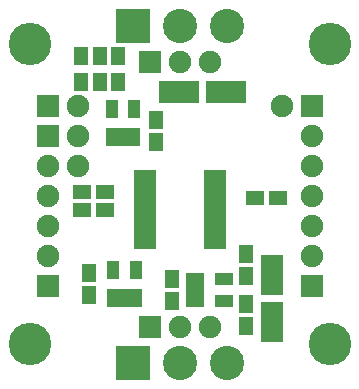
<source format=gbr>
G04 #@! TF.GenerationSoftware,KiCad,Pcbnew,(5.0.0)*
G04 #@! TF.CreationDate,2018-11-06T13:21:30+03:00*
G04 #@! TF.ProjectId,NeoModule,4E656F4D6F64756C652E6B696361645F,rev?*
G04 #@! TF.SameCoordinates,Original*
G04 #@! TF.FileFunction,Soldermask,Top*
G04 #@! TF.FilePolarity,Negative*
%FSLAX46Y46*%
G04 Gerber Fmt 4.6, Leading zero omitted, Abs format (unit mm)*
G04 Created by KiCad (PCBNEW (5.0.0)) date 11/06/18 13:21:30*
%MOMM*%
%LPD*%
G01*
G04 APERTURE LIST*
%ADD10R,2.900000X2.900000*%
%ADD11C,2.900000*%
%ADD12R,1.850000X0.850000*%
%ADD13C,3.600000*%
%ADD14R,1.150000X1.600000*%
%ADD15R,1.600000X1.150000*%
%ADD16R,1.900000X3.400000*%
%ADD17R,3.400000X1.900000*%
%ADD18R,1.500000X1.100000*%
%ADD19R,1.100000X1.500000*%
%ADD20R,1.300000X1.600000*%
%ADD21R,1.900000X1.900000*%
%ADD22C,1.900000*%
%ADD23O,1.900000X1.900000*%
G04 APERTURE END LIST*
D10*
G04 #@! TO.C,REF\002A\002A*
X108700000Y-101550000D03*
D11*
X112700000Y-101550000D03*
X116700000Y-101550000D03*
G04 #@! TD*
D12*
G04 #@! TO.C,DD1*
X109750000Y-85675000D03*
X109750000Y-86325000D03*
X109750000Y-86975000D03*
X109750000Y-87625000D03*
X109750000Y-88275000D03*
X109750000Y-88925000D03*
X109750000Y-89575000D03*
X109750000Y-90225000D03*
X109750000Y-90875000D03*
X109750000Y-91525000D03*
X115650000Y-91525000D03*
X115650000Y-90875000D03*
X115650000Y-90225000D03*
X115650000Y-89575000D03*
X115650000Y-88925000D03*
X115650000Y-88275000D03*
X115650000Y-87625000D03*
X115650000Y-86975000D03*
X115650000Y-86325000D03*
X115650000Y-85675000D03*
G04 #@! TD*
D13*
G04 #@! TO.C,REF\002A\002A*
X125400000Y-100000000D03*
G04 #@! TD*
G04 #@! TO.C,REF\002A\002A*
X125400000Y-74600000D03*
G04 #@! TD*
G04 #@! TO.C,REF\002A\002A*
X100000000Y-74600000D03*
G04 #@! TD*
D14*
G04 #@! TO.C,C1*
X112050000Y-94450000D03*
X112050000Y-96350000D03*
G04 #@! TD*
G04 #@! TO.C,C2*
X118300000Y-98450000D03*
X118300000Y-96550000D03*
G04 #@! TD*
G04 #@! TO.C,C3*
X118300000Y-94250000D03*
X118300000Y-92350000D03*
G04 #@! TD*
D15*
G04 #@! TO.C,C4*
X106350000Y-87100000D03*
X104450000Y-87100000D03*
G04 #@! TD*
G04 #@! TO.C,C5*
X106350000Y-88600000D03*
X104450000Y-88600000D03*
G04 #@! TD*
G04 #@! TO.C,C6*
X121000000Y-87600000D03*
X119100000Y-87600000D03*
G04 #@! TD*
D16*
G04 #@! TO.C,C7*
X120500000Y-94101020D03*
X120500000Y-98098980D03*
G04 #@! TD*
D14*
G04 #@! TO.C,C8*
X105000000Y-95850000D03*
X105000000Y-93950000D03*
G04 #@! TD*
G04 #@! TO.C,C9*
X110700000Y-81000000D03*
X110700000Y-82900000D03*
G04 #@! TD*
D17*
G04 #@! TO.C,C10*
X116648980Y-78600000D03*
X112651020Y-78600000D03*
G04 #@! TD*
D18*
G04 #@! TO.C,DA1*
X116400000Y-94450000D03*
X116400000Y-96350000D03*
X114000000Y-96350000D03*
X114000000Y-95400000D03*
X114000000Y-94450000D03*
G04 #@! TD*
D19*
G04 #@! TO.C,DD2*
X107050000Y-96100000D03*
X108000000Y-96100000D03*
X108950000Y-96100000D03*
X108950000Y-93700000D03*
X107050000Y-93700000D03*
G04 #@! TD*
G04 #@! TO.C,DD3*
X106950000Y-82450000D03*
X107900000Y-82450000D03*
X108850000Y-82450000D03*
X108850000Y-80050000D03*
X106950000Y-80050000D03*
G04 #@! TD*
D20*
G04 #@! TO.C,R1*
X107500000Y-75600000D03*
X107500000Y-77800000D03*
G04 #@! TD*
G04 #@! TO.C,R2*
X104300000Y-75600000D03*
X104300000Y-77800000D03*
G04 #@! TD*
G04 #@! TO.C,R3*
X105900000Y-75600000D03*
X105900000Y-77800000D03*
G04 #@! TD*
D21*
G04 #@! TO.C,XP1*
X101500000Y-82400000D03*
D22*
X104040000Y-82400000D03*
X101500000Y-84940000D03*
X104040000Y-84940000D03*
G04 #@! TD*
D21*
G04 #@! TO.C,XP2*
X101500000Y-79860000D03*
D23*
X104040000Y-79860000D03*
G04 #@! TD*
D13*
G04 #@! TO.C,REF\002A\002A*
X100000000Y-100000000D03*
G04 #@! TD*
D22*
G04 #@! TO.C,XP6*
X115240000Y-98500000D03*
X112700000Y-98500000D03*
D21*
X110160000Y-98500000D03*
G04 #@! TD*
G04 #@! TO.C,XP7*
X110160000Y-76100000D03*
D22*
X112700000Y-76100000D03*
X115240000Y-76100000D03*
G04 #@! TD*
D21*
G04 #@! TO.C,XP5*
X123900000Y-79860000D03*
D23*
X121360000Y-79860000D03*
G04 #@! TD*
D21*
G04 #@! TO.C,XP3*
X101500000Y-95100000D03*
D23*
X101500000Y-92560000D03*
X101500000Y-90020000D03*
X101500000Y-87480000D03*
G04 #@! TD*
D21*
G04 #@! TO.C,XP4*
X123900000Y-95100000D03*
D22*
X123900000Y-92560000D03*
X123900000Y-90020000D03*
X123900000Y-87480000D03*
X123900000Y-84940000D03*
X123900000Y-82400000D03*
G04 #@! TD*
D11*
G04 #@! TO.C,REF\002A\002A*
X116700000Y-73050000D03*
X112700000Y-73050000D03*
D10*
X108700000Y-73050000D03*
G04 #@! TD*
M02*

</source>
